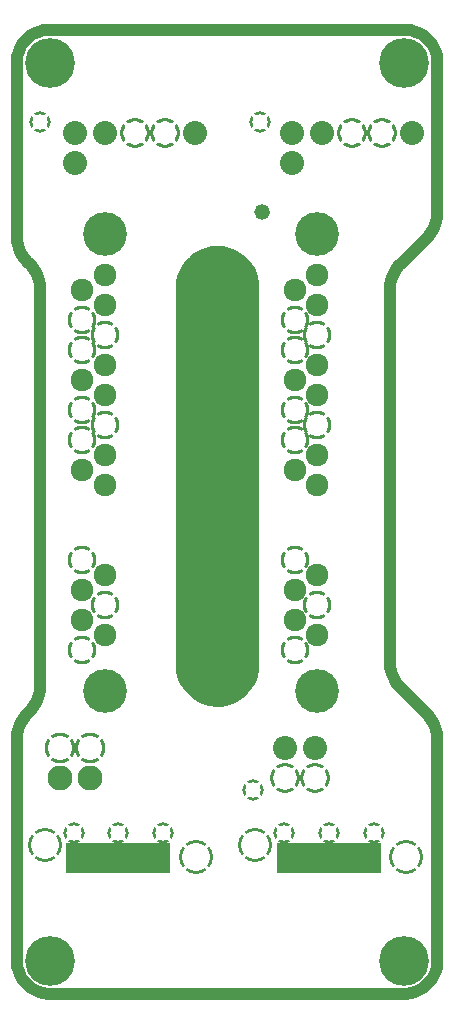
<source format=gbr>
G04*
G04 #@! TF.GenerationSoftware,Altium Limited,Altium Designer,22.11.1 (43)*
G04*
G04 Layer_Physical_Order=2*
G04 Layer_Color=32768*
%FSLAX44Y44*%
%MOMM*%
G71*
G04*
G04 #@! TF.SameCoordinates,6BFD124F-6662-46D6-B746-139303AAAD4B*
G04*
G04*
G04 #@! TF.FilePolarity,Negative*
G04*
G01*
G75*
%ADD41C,1.0160*%
%ADD42R,8.8000X2.6000*%
%ADD43C,3.6960*%
G04:AMPARAMS|DCode=44|XSize=2.434mm|YSize=2.434mm|CornerRadius=0mm|HoleSize=0mm|Usage=FLASHONLY|Rotation=0.000|XOffset=0mm|YOffset=0mm|HoleType=Round|Shape=Relief|Width=0.254mm|Gap=0.254mm|Entries=4|*
%AMTHD44*
7,0,0,2.4340,1.9260,0.2540,45*
%
%ADD44THD44*%
%ADD45C,1.9260*%
G04:AMPARAMS|DCode=46|XSize=2.874mm|YSize=2.874mm|CornerRadius=0mm|HoleSize=0mm|Usage=FLASHONLY|Rotation=0.000|XOffset=0mm|YOffset=0mm|HoleType=Round|Shape=Relief|Width=0.254mm|Gap=0.254mm|Entries=4|*
%AMTHD46*
7,0,0,2.8740,2.3660,0.2540,45*
%
%ADD46THD46*%
%ADD47C,2.0460*%
G04:AMPARAMS|DCode=48|XSize=2.554mm|YSize=2.554mm|CornerRadius=0mm|HoleSize=0mm|Usage=FLASHONLY|Rotation=0.000|XOffset=0mm|YOffset=0mm|HoleType=Round|Shape=Relief|Width=0.254mm|Gap=0.254mm|Entries=4|*
%AMTHD48*
7,0,0,2.5540,2.0460,0.2540,45*
%
%ADD48THD48*%
G04:AMPARAMS|DCode=49|XSize=2.544mm|YSize=2.544mm|CornerRadius=0mm|HoleSize=0mm|Usage=FLASHONLY|Rotation=0.000|XOffset=0mm|YOffset=0mm|HoleType=Round|Shape=Relief|Width=0.254mm|Gap=0.254mm|Entries=4|*
%AMTHD49*
7,0,0,2.5440,2.0360,0.2540,45*
%
%ADD49THD49*%
%ADD50C,2.0360*%
%ADD51C,2.1160*%
G04:AMPARAMS|DCode=52|XSize=2.624mm|YSize=2.624mm|CornerRadius=0mm|HoleSize=0mm|Usage=FLASHONLY|Rotation=0.000|XOffset=0mm|YOffset=0mm|HoleType=Round|Shape=Relief|Width=0.254mm|Gap=0.254mm|Entries=4|*
%AMTHD52*
7,0,0,2.6240,2.1160,0.2540,45*
%
%ADD52THD52*%
%ADD53C,4.2160*%
G04:AMPARAMS|DCode=54|XSize=1.8288mm|YSize=1.8288mm|CornerRadius=0mm|HoleSize=0mm|Usage=FLASHONLY|Rotation=0.000|XOffset=0mm|YOffset=0mm|HoleType=Round|Shape=Relief|Width=0.254mm|Gap=0.254mm|Entries=4|*
%AMTHD54*
7,0,0,1.8288,1.3208,0.2540,45*
%
%ADD54THD54*%
%ADD55C,1.3208*%
G36*
X830035Y933713D02*
X832906Y933142D01*
X835708Y932292D01*
X838413Y931172D01*
X840995Y929791D01*
X843429Y928165D01*
X845693Y926307D01*
X846728Y925272D01*
X846728Y925272D01*
X848560Y923439D01*
X850330Y921671D01*
X853109Y917511D01*
X855024Y912888D01*
X856000Y907981D01*
X856000Y905479D01*
X856000Y905479D01*
X856000Y582521D01*
X856000Y580019D01*
X855024Y575112D01*
X853109Y570490D01*
X850330Y566329D01*
X848560Y564561D01*
X847603Y563430D01*
X845476Y561368D01*
X843158Y559525D01*
X840669Y557917D01*
X838035Y556562D01*
X835281Y555471D01*
X832433Y554655D01*
X829519Y554122D01*
X828043Y554000D01*
X828043Y554000D01*
X825657D01*
X824274Y554000D01*
X821523Y554271D01*
X818811Y554810D01*
X816164Y555613D01*
X813610Y556671D01*
X811171Y557975D01*
X808872Y559511D01*
X806735Y561265D01*
X805757Y562243D01*
Y562243D01*
X803071Y564929D01*
X801390Y566610D01*
X798748Y570564D01*
X796928Y574958D01*
X796000Y579622D01*
Y582000D01*
Y905479D01*
Y907981D01*
X796976Y912888D01*
X798891Y917510D01*
X801671Y921670D01*
X803439Y923439D01*
X803439Y923439D01*
X805758Y925758D01*
X806735Y926735D01*
X808873Y928489D01*
X811172Y930025D01*
X813610Y931329D01*
X816165Y932387D01*
X818811Y933190D01*
X821523Y933729D01*
X824275Y934000D01*
X825657Y934000D01*
X825657Y934000D01*
X827121Y934000D01*
X830035Y933713D01*
D02*
G37*
D41*
X827121Y934000D02*
X830035Y933713D01*
X832906Y933142D01*
X835708Y932292D01*
X838413Y931172D01*
X840995Y929791D01*
X843429Y928165D01*
X845693Y926307D01*
X846728Y925272D01*
X846728Y925272D01*
X848560Y923439D01*
X850330Y921671D01*
X853109Y917511D01*
X855024Y912888D01*
X856000Y907981D01*
X856000Y905479D02*
X856000Y907981D01*
X856000Y582521D02*
X856000Y580019D01*
X855024Y575112D02*
X856000Y580019D01*
X853109Y570490D02*
X855024Y575112D01*
X850330Y566329D02*
X853109Y570490D01*
X848560Y564561D02*
X850330Y566329D01*
X847603Y563430D02*
X848560Y564561D01*
X845476Y561368D02*
X847603Y563430D01*
X843158Y559525D02*
X845476Y561368D01*
X840669Y557917D02*
X843158Y559525D01*
X838035Y556562D02*
X840669Y557917D01*
X835281Y555471D02*
X838035Y556562D01*
X832433Y554655D02*
X835281Y555471D01*
X829519Y554122D02*
X832433Y554655D01*
X828043Y554000D02*
X829519Y554122D01*
X828043Y554000D02*
X828043Y554000D01*
X825657D02*
X828043D01*
X813610Y556671D02*
X816164Y555613D01*
X811171Y557975D02*
X813610Y556671D01*
X806735Y561265D02*
X808872Y559511D01*
X805757Y562243D02*
X806735Y561265D01*
X798748Y570564D02*
X801390Y566610D01*
X796928Y574958D02*
X798748Y570564D01*
X796000Y579622D02*
X796928Y574958D01*
X796000Y579622D02*
Y582000D01*
Y905479D01*
Y907981D01*
X796976Y912888D01*
X798891Y917510D01*
X801671Y921670D01*
X803439Y923439D01*
X803439Y923439D01*
X805758Y925758D01*
X806735Y926735D01*
X808873Y928489D01*
X811172Y930025D01*
X813610Y931329D01*
X816165Y932387D01*
X818811Y933190D01*
X821523Y933729D01*
X824275Y934000D01*
X825657Y934000D01*
X825657Y934000D01*
X827121Y934000D01*
X856000Y905479D02*
X856000Y905479D01*
X818811Y554810D02*
X821523Y554271D01*
X816164Y555613D02*
X818811Y554810D01*
X808872Y559511D02*
X811171Y557975D01*
X801390Y566610D02*
X803071Y564929D01*
X805757Y562243D02*
Y562243D01*
X824274Y554000D02*
X825657Y554000D01*
X821523Y554271D02*
X824274Y554000D01*
X803071Y564929D02*
X805757Y562243D01*
X856000Y582521D02*
X856000Y905479D01*
X682165Y1122000D02*
X684000Y1122000D01*
X678526Y1121521D02*
X682165Y1122000D01*
X674980Y1120571D02*
X678526Y1121521D01*
X671589Y1119166D02*
X674980Y1120571D01*
X668411Y1117331D02*
X671589Y1119166D01*
X665499Y1115097D02*
X668411Y1117331D01*
X662903Y1112501D02*
X665499Y1115097D01*
X660669Y1109589D02*
X662903Y1112501D01*
X658834Y1106411D02*
X660669Y1109589D01*
X657429Y1103020D02*
X658834Y1106411D01*
X656479Y1099474D02*
X657429Y1103020D01*
X656000Y1095835D02*
X656479Y1099474D01*
X656000Y1095835D02*
X656000Y1094000D01*
X656000Y945894D02*
X656000Y947400D01*
X656000Y945894D02*
X656295Y942896D01*
X656883Y939941D01*
X657757Y937058D01*
X658910Y934275D01*
X660330Y931618D01*
X662004Y929113D01*
X663915Y926785D01*
X664980Y925720D01*
X667020Y923680D01*
X668057Y922590D01*
X669966Y920264D01*
X671638Y917763D01*
X673056Y915109D01*
X674208Y912329D01*
X675081Y909450D01*
X675668Y906499D01*
X675963Y903504D01*
X676000Y902000D01*
X676000Y566700D01*
X675963Y565196D02*
X676000Y566700D01*
X675668Y562201D02*
X675963Y565196D01*
X675081Y559250D02*
X675668Y562201D01*
X674208Y556371D02*
X675081Y559250D01*
X673056Y553591D02*
X674208Y556371D01*
X671638Y550937D02*
X673056Y553591D01*
X669966Y548436D02*
X671638Y550937D01*
X668057Y546110D02*
X669966Y548436D01*
X667020Y545020D02*
X668057Y546110D01*
X664980Y542980D02*
X667020Y545020D01*
X663915Y541915D02*
X664980Y542980D01*
X662004Y539586D02*
X663915Y541915D01*
X660330Y537082D02*
X662004Y539586D01*
X658910Y534425D02*
X660330Y537082D01*
X657757Y531642D02*
X658910Y534425D01*
X656883Y528759D02*
X657757Y531642D01*
X656295Y525804D02*
X656883Y528759D01*
X656000Y522806D02*
X656295Y525804D01*
X656000Y521300D02*
Y522806D01*
Y521300D02*
X656000Y334000D01*
X656000Y332165D02*
X656000Y334000D01*
X656000Y332165D02*
X656479Y328526D01*
X657429Y324980D01*
X658834Y321589D01*
X660669Y318411D01*
X662903Y315499D01*
X665499Y312903D01*
X668411Y310669D01*
X671589Y308834D01*
X674980Y307429D01*
X678526Y306479D01*
X682165Y306000D01*
X684000D01*
X984000Y306000D01*
X985835D01*
X989474Y306479D01*
X993020Y307429D01*
X996411Y308834D01*
X999589Y310669D01*
X1002501Y312903D01*
X1005097Y315499D01*
X1007331Y318411D01*
X1009166Y321589D01*
X1010571Y324980D01*
X1011521Y328526D01*
X1012000Y332165D01*
Y334000D01*
X1012000Y522806D02*
X1012000Y521300D01*
X1011705Y525804D02*
X1012000Y522806D01*
X1011117Y528759D02*
X1011705Y525804D01*
X1010242Y531642D02*
X1011117Y528759D01*
X1009090Y534425D02*
X1010242Y531642D01*
X1007670Y537082D02*
X1009090Y534425D01*
X1005996Y539586D02*
X1007670Y537082D01*
X1004085Y541915D02*
X1005996Y539586D01*
X1003020Y542980D02*
X1004085Y541915D01*
X980980Y565020D02*
X1003020Y542980D01*
X979943Y566110D02*
X980980Y565020D01*
X978034Y568436D02*
X979943Y566110D01*
X976362Y570937D02*
X978034Y568436D01*
X974944Y573591D02*
X976362Y570937D01*
X973792Y576371D02*
X974944Y573591D01*
X972919Y579250D02*
X973792Y576371D01*
X972332Y582201D02*
X972919Y579250D01*
X972037Y585196D02*
X972332Y582201D01*
X972000Y586700D02*
X972037Y585196D01*
X972000Y586700D02*
Y902000D01*
X972037Y903504D01*
X972332Y906499D01*
X972919Y909450D01*
X973792Y912329D01*
X974944Y915109D01*
X976362Y917763D01*
X978034Y920264D01*
X979943Y922590D01*
X980980Y923680D01*
X1003020Y945720D01*
X1004085Y946785D01*
X1005996Y949113D01*
X1007670Y951618D01*
X1009090Y954275D01*
X1010242Y957058D01*
X1011117Y959941D01*
X1011705Y962896D01*
X1012000Y965894D01*
X1012000Y967400D02*
X1012000Y965894D01*
X1012000Y967400D02*
X1012000Y1094000D01*
Y1095835D01*
X1011521Y1099474D02*
X1012000Y1095835D01*
X1010571Y1103020D02*
X1011521Y1099474D01*
X1009166Y1106411D02*
X1010571Y1103020D01*
X1007331Y1109589D02*
X1009166Y1106411D01*
X1005097Y1112501D02*
X1007331Y1109589D01*
X1002501Y1115097D02*
X1005097Y1112501D01*
X999589Y1117331D02*
X1002501Y1115097D01*
X996411Y1119166D02*
X999589Y1117331D01*
X993020Y1120571D02*
X996411Y1119166D01*
X989474Y1121521D02*
X993020Y1120571D01*
X985835Y1122000D02*
X989474Y1121521D01*
X984000Y1122000D02*
X985835D01*
X656000Y947400D02*
Y1094000D01*
X1012000Y334000D02*
Y521300D01*
X684000Y1122000D02*
X984000Y1122000D01*
D42*
X920000Y421000D02*
D03*
X742000D02*
D03*
D43*
X910260Y949300D02*
D03*
Y562000D02*
D03*
X730260Y949300D02*
D03*
Y562000D02*
D03*
D44*
X891200Y673100D02*
D03*
X910250Y635000D02*
D03*
X891200Y596900D02*
D03*
Y876310D02*
D03*
X910250Y863600D02*
D03*
X891200Y850900D02*
D03*
Y800100D02*
D03*
X910250Y787400D02*
D03*
X891200Y774700D02*
D03*
X711200Y673100D02*
D03*
X730250Y635000D02*
D03*
X711200Y596900D02*
D03*
Y876310D02*
D03*
X730250Y863600D02*
D03*
X711200Y850900D02*
D03*
Y800100D02*
D03*
X730250Y787400D02*
D03*
X711200Y774700D02*
D03*
D45*
X910250Y660410D02*
D03*
X891200Y647700D02*
D03*
Y622300D02*
D03*
X910250Y609600D02*
D03*
Y914400D02*
D03*
X891200Y901700D02*
D03*
X910250Y889000D02*
D03*
Y838200D02*
D03*
X891200Y825500D02*
D03*
X910250Y812800D02*
D03*
Y762000D02*
D03*
X891200Y749300D02*
D03*
X910250Y736600D02*
D03*
X730250Y660410D02*
D03*
X711200Y647700D02*
D03*
Y622300D02*
D03*
X730250Y609600D02*
D03*
Y914400D02*
D03*
X711200Y901700D02*
D03*
X730250Y889000D02*
D03*
Y838200D02*
D03*
X711200Y825500D02*
D03*
X730250Y812800D02*
D03*
Y762000D02*
D03*
X711200Y749300D02*
D03*
X730250Y736600D02*
D03*
D46*
X857250Y431800D02*
D03*
X985550Y421800D02*
D03*
X679450Y431800D02*
D03*
X807750Y421800D02*
D03*
D47*
X882650Y514350D02*
D03*
X908050D02*
D03*
D48*
X882650Y488950D02*
D03*
X908050D02*
D03*
D49*
X781050Y1035050D02*
D03*
X965200D02*
D03*
X755650D02*
D03*
X939800D02*
D03*
D50*
X806450D02*
D03*
X990600D02*
D03*
X704850Y1009650D02*
D03*
Y1035050D02*
D03*
X730250D02*
D03*
X889000Y1009650D02*
D03*
Y1035050D02*
D03*
X914400D02*
D03*
D51*
X692150Y488950D02*
D03*
X717550D02*
D03*
D52*
X692150Y514350D02*
D03*
X717550D02*
D03*
D53*
X684000Y1094000D02*
D03*
X984000D02*
D03*
Y334000D02*
D03*
X684000D02*
D03*
D54*
X862000Y1044000D02*
D03*
X676000D02*
D03*
X856000Y478000D02*
D03*
X958000Y442000D02*
D03*
X920000D02*
D03*
X882000D02*
D03*
X780000D02*
D03*
X742000D02*
D03*
X704000D02*
D03*
D55*
X864000Y968000D02*
D03*
M02*

</source>
